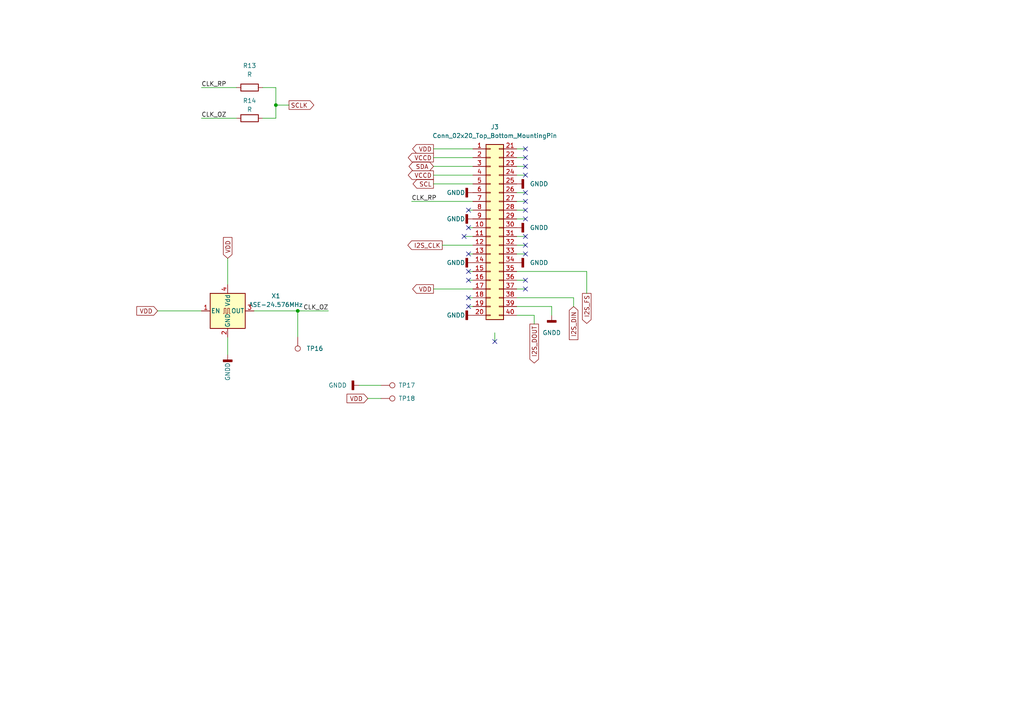
<source format=kicad_sch>
(kicad_sch (version 20211123) (generator eeschema)
  (paper "A4")
  (lib_symbols
    (symbol "Connector:TestPoint" (pin_numbers hide) (pin_names (offset 0.762) hide)
      (property "Reference" "TP" (at 0 6.858 0))
      (property "Value" "TestPoint" (at 0 5.08 0))
      (symbol "TestPoint_0_1"
        (circle (center 0 3.302) (radius 0.762))
      )
      (symbol "TestPoint_1_1"
        (pin passive line (at 0 0 90) (length 2.54) (name "1") (number "1"))
      )
    )
    (symbol "Connector_Generic_MountingPin:Conn_02x20_Top_Bottom_MountingPin" (pin_names (offset 1.016) hide)
      (property "Reference" "J3" (at 1.27 29.21 0))
      (property "Value" "Conn_02x20_Top_Bottom_MountingPin" (at 1.27 26.67 0))
      (symbol "Conn_02x20_Top_Bottom_MountingPin_1_1"
        (rectangle (start -1.27 -25.273) (end 0 -25.527) (stroke (width 0.1524)))
        (rectangle (start -1.27 -22.733) (end 0 -22.987) (stroke (width 0.1524)))
        (rectangle (start -1.27 -20.193) (end 0 -20.447) (stroke (width 0.1524)))
        (rectangle (start -1.27 -17.653) (end 0 -17.907) (stroke (width 0.1524)))
        (rectangle (start -1.27 -15.113) (end 0 -15.367) (stroke (width 0.1524)))
        (rectangle (start -1.27 -12.573) (end 0 -12.827) (stroke (width 0.1524)))
        (rectangle (start -1.27 -10.033) (end 0 -10.287) (stroke (width 0.1524)))
        (rectangle (start -1.27 -7.493) (end 0 -7.747) (stroke (width 0.1524)))
        (rectangle (start -1.27 -4.953) (end 0 -5.207) (stroke (width 0.1524)))
        (rectangle (start -1.27 -2.413) (end 0 -2.667) (stroke (width 0.1524)))
        (rectangle (start -1.27 0.127) (end 0 -0.127) (stroke (width 0.1524)))
        (rectangle (start -1.27 2.667) (end 0 2.413) (stroke (width 0.1524)))
        (rectangle (start -1.27 5.207) (end 0 4.953) (stroke (width 0.1524)))
        (rectangle (start -1.27 7.747) (end 0 7.493) (stroke (width 0.1524)))
        (rectangle (start -1.27 10.287) (end 0 10.033) (stroke (width 0.1524)))
        (rectangle (start -1.27 12.827) (end 0 12.573) (stroke (width 0.1524)))
        (rectangle (start -1.27 15.367) (end 0 15.113) (stroke (width 0.1524)))
        (rectangle (start -1.27 17.907) (end 0 17.653) (stroke (width 0.1524)))
        (rectangle (start -1.27 20.447) (end 0 20.193) (stroke (width 0.1524)))
        (rectangle (start -1.27 22.987) (end 0 22.733) (stroke (width 0.1524)))
        (rectangle (start -1.27 24.13) (end 3.81 -26.67) (stroke (width 0.254)) (fill (type background)))
        (rectangle (start 3.81 -25.273) (end 2.54 -25.527) (stroke (width 0.1524)))
        (rectangle (start 3.81 -22.733) (end 2.54 -22.987) (stroke (width 0.1524)))
        (rectangle (start 3.81 -20.193) (end 2.54 -20.447) (stroke (width 0.1524)))
        (rectangle (start 3.81 -17.653) (end 2.54 -17.907) (stroke (width 0.1524)))
        (rectangle (start 3.81 -15.113) (end 2.54 -15.367) (stroke (width 0.1524)))
        (rectangle (start 3.81 -12.573) (end 2.54 -12.827) (stroke (width 0.1524)))
        (rectangle (start 3.81 -10.033) (end 2.54 -10.287) (stroke (width 0.1524)))
        (rectangle (start 3.81 -7.493) (end 2.54 -7.747) (stroke (width 0.1524)))
        (rectangle (start 3.81 -4.953) (end 2.54 -5.207) (stroke (width 0.1524)))
        (rectangle (start 3.81 -2.413) (end 2.54 -2.667) (stroke (width 0.1524)))
        (rectangle (start 3.81 0.127) (end 2.54 -0.127) (stroke (width 0.1524)))
        (rectangle (start 3.81 2.667) (end 2.54 2.413) (stroke (width 0.1524)))
        (rectangle (start 3.81 5.207) (end 2.54 4.953) (stroke (width 0.1524)))
        (rectangle (start 3.81 7.747) (end 2.54 7.493) (stroke (width 0.1524)))
        (rectangle (start 3.81 10.287) (end 2.54 10.033) (stroke (width 0.1524)))
        (rectangle (start 3.81 12.827) (end 2.54 12.573) (stroke (width 0.1524)))
        (rectangle (start 3.81 15.367) (end 2.54 15.113) (stroke (width 0.1524)))
        (rectangle (start 3.81 17.907) (end 2.54 17.653) (stroke (width 0.1524)))
        (rectangle (start 3.81 20.447) (end 2.54 20.193) (stroke (width 0.1524)))
        (rectangle (start 3.81 22.987) (end 2.54 22.733) (stroke (width 0.1524)))
        (pin passive line (at -5.08 22.86 0) (length 3.81) (name "Pin_1") (number "1"))
        (pin passive line (at -5.08 0 0) (length 3.81) (name "Pin_10") (number "10"))
        (pin passive line (at -5.08 -2.54 0) (length 3.81) (name "Pin_11") (number "11"))
        (pin passive line (at -5.08 -5.08 0) (length 3.81) (name "Pin_12") (number "12"))
        (pin passive line (at -5.08 -7.62 0) (length 3.81) (name "Pin_13") (number "13"))
        (pin passive line (at -5.08 -10.16 0) (length 3.81) (name "Pin_14") (number "14"))
        (pin passive line (at -5.08 -12.7 0) (length 3.81) (name "Pin_15") (number "15"))
        (pin passive line (at -5.08 -15.24 0) (length 3.81) (name "Pin_16") (number "16"))
        (pin passive line (at -5.08 -17.78 0) (length 3.81) (name "Pin_17") (number "17"))
        (pin passive line (at -5.08 -20.32 0) (length 3.81) (name "Pin_18") (number "18"))
        (pin passive line (at -5.08 -22.86 0) (length 3.81) (name "Pin_19") (number "19"))
        (pin passive line (at -5.08 20.32 0) (length 3.81) (name "Pin_2") (number "2"))
        (pin passive line (at -5.08 -25.4 0) (length 3.81) (name "Pin_20") (number "20"))
        (pin passive line (at 7.62 22.86 180) (length 3.81) (name "Pin_21") (number "21"))
        (pin passive line (at 7.62 20.32 180) (length 3.81) (name "Pin_22") (number "22"))
        (pin passive line (at 7.62 17.78 180) (length 3.81) (name "Pin_23") (number "23"))
        (pin passive line (at 7.62 15.24 180) (length 3.81) (name "Pin_24") (number "24"))
        (pin passive line (at 7.62 12.7 180) (length 3.81) (name "Pin_25") (number "25"))
        (pin passive line (at 7.62 10.16 180) (length 3.81) (name "Pin_26") (number "26"))
        (pin passive line (at 7.62 7.62 180) (length 3.81) (name "Pin_27") (number "27"))
        (pin passive line (at 7.62 5.08 180) (length 3.81) (name "Pin_28") (number "28"))
        (pin passive line (at 7.62 2.54 180) (length 3.81) (name "Pin_29") (number "29"))
        (pin passive line (at -5.08 17.78 0) (length 3.81) (name "Pin_3") (number "3"))
        (pin passive line (at 7.62 0 180) (length 3.81) (name "Pin_30") (number "30"))
        (pin passive line (at 7.62 -2.54 180) (length 3.81) (name "Pin_31") (number "31"))
        (pin passive line (at 7.62 -5.08 180) (length 3.81) (name "Pin_32") (number "32"))
        (pin passive line (at 7.62 -7.62 180) (length 3.81) (name "Pin_33") (number "33"))
        (pin passive line (at 7.62 -10.16 180) (length 3.81) (name "Pin_34") (number "34"))
        (pin passive line (at 7.62 -12.7 180) (length 3.81) (name "Pin_35") (number "35"))
        (pin passive line (at 7.62 -15.24 180) (length 3.81) (name "Pin_36") (number "36"))
        (pin passive line (at 7.62 -17.78 180) (length 3.81) (name "Pin_37") (number "37"))
        (pin passive line (at 7.62 -20.32 180) (length 3.81) (name "Pin_38") (number "38"))
        (pin passive line (at 7.62 -22.86 180) (length 3.81) (name "Pin_39") (number "39"))
        (pin passive line (at -5.08 15.24 0) (length 3.81) (name "Pin_4") (number "4"))
        (pin passive line (at 7.62 -25.4 180) (length 3.81) (name "Pin_40") (number "40"))
        (pin passive line (at -5.08 12.7 0) (length 3.81) (name "Pin_5") (number "5"))
        (pin passive line (at -5.08 10.16 0) (length 3.81) (name "Pin_6") (number "6"))
        (pin passive line (at -5.08 7.62 0) (length 3.81) (name "Pin_7") (number "7"))
        (pin passive line (at -5.08 5.08 0) (length 3.81) (name "Pin_8") (number "8"))
        (pin passive line (at -5.08 2.54 0) (length 3.81) (name "Pin_9") (number "9"))
      )
    )
    (symbol "Device:R" (pin_numbers hide) (pin_names (offset 0))
      (property "Reference" "R" (at 2.032 0 90))
      (property "Value" "R" (at 0 0 90))
      (symbol "R_0_1"
        (rectangle (start -1.016 -2.54) (end 1.016 2.54) (stroke (width 0.254)))
      )
      (symbol "R_1_1"
        (pin passive line (at 0 3.81 270) (length 1.27) (name "~") (number "1"))
        (pin passive line (at 0 -3.81 90) (length 1.27) (name "~") (number "2"))
      )
    )
    (symbol "Oscillator:ASE-xxxMHz" (pin_names (offset 0.254))
      (property "Reference" "X" (at -5.08 6.35 0))
      (property "Value" "ASE-xxxMHz" (at 1.27 -6.35 0))
      (symbol "ASE-xxxMHz_0_1"
        (rectangle (start -5.08 5.08) (end 5.08 -5.08) (stroke (width 0.254)) (fill (type background)))
        (polyline (pts (xy -1.27 -0.762) (xy -1.016 -0.762) (xy -1.016 0.762) (xy -0.508 0.762) (xy -0.508 -0.762) (xy 0 -0.762) (xy 0 0.762) (xy 0.508 0.762) (xy 0.508 -0.762) (xy 0.762 -0.762)))
      )
      (symbol "ASE-xxxMHz_1_1"
        (pin input line (at -7.62 0 0) (length 2.54) (name "EN") (number "1"))
        (pin power_in line (at 0 -7.62 90) (length 2.54) (name "GND") (number "2"))
        (pin output line (at 7.62 0 180) (length 2.54) (name "OUT") (number "3"))
        (pin power_in line (at 0 7.62 270) (length 2.54) (name "Vdd") (number "4"))
      )
    )
    (symbol "power:GNDD" (power) (pin_names (offset 0))
      (property "Value" "GNDD" (at 0 -3.175 0))
      (symbol "GNDD_0_1"
        (rectangle (start -1.27 -1.524) (end 1.27 -2.032) (stroke (width 0.254)) (fill (type outline)))
        (polyline (pts (xy 0 0) (xy 0 -1.524)))
      )
      (symbol "GNDD_1_1"
        (pin power_in line (at 0 0 270) (length 0) hide (name "GNDD") (number "1"))
      )
    )
  )
  (junction (at 80.01 30.48))
  (junction (at 86.36 90.17))
  (no_connect (at 152.4 50.8))
  (no_connect (at 135.89 66.04))
  (no_connect (at 152.4 43.18))
  (no_connect (at 152.4 58.42))
  (no_connect (at 152.4 63.5))
  (no_connect (at 143.51 99.06))
  (no_connect (at 135.89 60.96))
  (no_connect (at 134.62 68.58))
  (no_connect (at 152.4 60.96))
  (no_connect (at 152.4 71.12))
  (no_connect (at 135.89 73.66))
  (no_connect (at 152.4 45.72))
  (no_connect (at 152.4 81.28))
  (no_connect (at 135.89 78.74))
  (no_connect (at 152.4 48.26))
  (no_connect (at 152.4 55.88))
  (no_connect (at 152.4 73.66))
  (no_connect (at 152.4 68.58))
  (no_connect (at 135.89 86.36))
  (no_connect (at 135.89 88.9))
  (no_connect (at 152.4 83.82))
  (no_connect (at 135.89 81.28))
  (wire (pts (xy 160.02 88.9) (xy 160.02 91.44)))
  (wire (pts (xy 149.86 43.18) (xy 152.4 43.18)))
  (wire (pts (xy 149.86 81.28) (xy 152.4 81.28)))
  (wire (pts (xy 86.36 90.17) (xy 95.25 90.17)))
  (wire (pts (xy 135.89 66.04) (xy 137.16 66.04)))
  (wire (pts (xy 45.72 90.17) (xy 58.42 90.17)))
  (wire (pts (xy 149.86 50.8) (xy 152.4 50.8)))
  (wire (pts (xy 135.89 81.28) (xy 137.16 81.28)))
  (wire (pts (xy 143.51 96.52) (xy 143.51 99.06)))
  (wire (pts (xy 119.38 58.42) (xy 137.16 58.42)))
  (wire (pts (xy 135.89 88.9) (xy 137.16 88.9)))
  (wire (pts (xy 170.18 78.74) (xy 170.18 85.09)))
  (wire (pts (xy 149.86 91.44) (xy 154.94 91.44)))
  (wire (pts (xy 58.42 25.4) (xy 68.58 25.4)))
  (wire (pts (xy 125.73 50.8) (xy 137.16 50.8)))
  (wire (pts (xy 80.01 30.48) (xy 83.82 30.48)))
  (wire (pts (xy 80.01 25.4) (xy 80.01 30.48)))
  (wire (pts (xy 149.86 45.72) (xy 152.4 45.72)))
  (wire (pts (xy 149.86 88.9) (xy 160.02 88.9)))
  (wire (pts (xy 125.73 53.34) (xy 137.16 53.34)))
  (wire (pts (xy 149.86 83.82) (xy 152.4 83.82)))
  (wire (pts (xy 149.86 55.88) (xy 152.4 55.88)))
  (wire (pts (xy 149.86 78.74) (xy 170.18 78.74)))
  (wire (pts (xy 134.62 68.58) (xy 137.16 68.58)))
  (wire (pts (xy 135.89 86.36) (xy 137.16 86.36)))
  (wire (pts (xy 125.73 83.82) (xy 137.16 83.82)))
  (wire (pts (xy 128.27 71.12) (xy 137.16 71.12)))
  (wire (pts (xy 149.86 58.42) (xy 152.4 58.42)))
  (wire (pts (xy 80.01 34.29) (xy 80.01 30.48)))
  (wire (pts (xy 166.37 86.36) (xy 166.37 88.9)))
  (wire (pts (xy 149.86 48.26) (xy 152.4 48.26)))
  (wire (pts (xy 125.73 45.72) (xy 137.16 45.72)))
  (wire (pts (xy 135.89 78.74) (xy 137.16 78.74)))
  (wire (pts (xy 149.86 71.12) (xy 152.4 71.12)))
  (wire (pts (xy 76.2 25.4) (xy 80.01 25.4)))
  (wire (pts (xy 125.73 43.18) (xy 137.16 43.18)))
  (wire (pts (xy 135.89 73.66) (xy 137.16 73.66)))
  (wire (pts (xy 149.86 86.36) (xy 166.37 86.36)))
  (wire (pts (xy 149.86 60.96) (xy 152.4 60.96)))
  (wire (pts (xy 106.68 115.57) (xy 110.49 115.57)))
  (wire (pts (xy 104.14 111.76) (xy 110.49 111.76)))
  (wire (pts (xy 152.4 63.5) (xy 149.86 63.5)))
  (wire (pts (xy 149.86 73.66) (xy 152.4 73.66)))
  (wire (pts (xy 58.42 34.29) (xy 68.58 34.29)))
  (wire (pts (xy 86.36 90.17) (xy 86.36 97.79)))
  (wire (pts (xy 149.86 68.58) (xy 152.4 68.58)))
  (wire (pts (xy 73.66 90.17) (xy 86.36 90.17)))
  (wire (pts (xy 66.04 97.79) (xy 66.04 102.87)))
  (wire (pts (xy 154.94 91.44) (xy 154.94 93.98)))
  (wire (pts (xy 76.2 34.29) (xy 80.01 34.29)))
  (wire (pts (xy 66.04 74.93) (xy 66.04 82.55)))
  (wire (pts (xy 125.73 48.26) (xy 137.16 48.26)))
  (wire (pts (xy 135.89 60.96) (xy 137.16 60.96)))
  (label "CLK_RP" (at 58.42 25.4 0))
  (label "CLK_RP" (at 119.38 58.42 0))
  (label "CLK_OZ" (at 58.42 34.29 0))
  (label "CLK_OZ" (at 95.25 90.17 180))
  (global_label "VDD" (shape input) (at 66.04 74.93 90) (property "Intersheet References" "${INTERSHEET_REFS}" (effects hide)))
  (global_label "I2S_DOUT" (shape output) (at 154.94 93.98 270) (property "Intersheet References" "${INTERSHEET_REFS}" (effects hide)))
  (global_label "SDA" (shape bidirectional) (at 125.73 48.26 180) (property "Intersheet References" "${INTERSHEET_REFS}" (effects hide)))
  (global_label "I2S_CLK" (shape output) (at 128.27 71.12 180) (property "Intersheet References" "${INTERSHEET_REFS}" (effects hide)))
  (global_label "VDD" (shape input) (at 45.72 90.17 180) (property "Intersheet References" "${INTERSHEET_REFS}" (effects hide)))
  (global_label "SCL" (shape output) (at 125.73 53.34 180) (property "Intersheet References" "${INTERSHEET_REFS}" (effects hide)))
  (global_label "I2S_DIN" (shape input) (at 166.37 88.9 270) (property "Intersheet References" "${INTERSHEET_REFS}" (effects hide)))
  (global_label "VDD" (shape input) (at 106.68 115.57 180) (property "Intersheet References" "${INTERSHEET_REFS}" (effects hide)))
  (global_label "VCCD" (shape output) (at 125.73 45.72 180) (property "Intersheet References" "${INTERSHEET_REFS}" (effects hide)))
  (global_label "SCLK" (shape output) (at 83.82 30.48 0) (property "Intersheet References" "${INTERSHEET_REFS}" (effects hide)))
  (global_label "VDD" (shape output) (at 125.73 83.82 180) (property "Intersheet References" "${INTERSHEET_REFS}" (effects hide)))
  (global_label "VCCD" (shape output) (at 125.73 50.8 180) (property "Intersheet References" "${INTERSHEET_REFS}" (effects hide)))
  (global_label "VDD" (shape output) (at 125.73 43.18 180) (property "Intersheet References" "${INTERSHEET_REFS}" (effects hide)))
  (global_label "I2S_FS" (shape output) (at 170.18 85.09 270) (property "Intersheet References" "${INTERSHEET_REFS}" (effects hide)))
  (symbol (lib_id "power:GNDD") (at 149.86 76.2 90) (unit 1)
    (property "Reference" "#PWR053" (effects hide))
    (property "Value" "GNDD" (at 153.67 76.1999 90) (effects (justify right)))
  )
  (symbol (lib_id "power:GNDD") (at 137.16 91.44 270) (unit 1)
    (property "Reference" "#PWR050" (effects hide))
    (property "Value" "GNDD" (at 129.54 91.44 90) (effects (justify left)))
  )
  (symbol (lib_id "power:GNDD") (at 137.16 63.5 270) (unit 1)
    (property "Reference" "#PWR048" (effects hide))
    (property "Value" "GNDD" (at 129.54 63.5 90) (effects (justify left)))
  )
  (symbol (lib_id "power:GNDD") (at 160.02 91.44 0) (unit 1)
    (property "Reference" "#PWR054" (effects hide))
    (property "Value" "GNDD" (at 160.02 96.52 0))
  )
  (symbol (lib_id "power:GNDD") (at 66.04 102.87 0) (unit 1)
    (property "Reference" "#PWR045" (effects hide))
    (property "Value" "GNDD" (at 66.04 110.49 90) (effects (justify left)))
  )
  (symbol (lib_id "Device:R") (at 72.39 25.4 90) (unit 1)
    (property "Reference" "R13" (at 72.39 19.05 90))
    (property "Value" "R" (at 72.39 21.59 90))
    (property "Footprint" "Resistor_SMD:R_0805_2012Metric_Pad1.20x1.40mm_HandSolder" (effects hide))
  )
  (symbol (lib_id "Connector:TestPoint") (at 110.49 111.76 270) (unit 1)
    (property "Reference" "TP17" (at 115.57 111.7599 90) (effects (justify left)))
    (property "Value" "TestPoint" (effects hide))
    (property "Footprint" "TestPoint:TestPoint_THTPad_D1.5mm_Drill0.7mm" (effects hide))
  )
  (symbol (lib_id "power:GNDD") (at 137.16 55.88 270) (unit 1)
    (property "Reference" "#PWR047" (effects hide))
    (property "Value" "GNDD" (at 129.54 55.88 90) (effects (justify left)))
  )
  (symbol (lib_id "Connector:TestPoint") (at 86.36 97.79 180) (unit 1)
    (property "Reference" "TP16" (at 88.9 101.0919 0) (effects (justify right)))
    (property "Value" "TestPoint" (effects hide))
    (property "Footprint" "TestPoint:TestPoint_THTPad_D1.5mm_Drill0.7mm" (effects hide))
  )
  (symbol (lib_id "Device:R") (at 72.39 34.29 90) (unit 1)
    (property "Reference" "R14" (at 72.39 29.21 90))
    (property "Value" "R" (at 72.39 31.75 90))
    (property "Footprint" "Resistor_SMD:R_0805_2012Metric_Pad1.20x1.40mm_HandSolder" (effects hide))
  )
  (symbol (lib_id "power:GNDD") (at 149.86 66.04 90) (unit 1)
    (property "Reference" "#PWR052" (effects hide))
    (property "Value" "GNDD" (at 153.67 66.0399 90) (effects (justify right)))
  )
  (symbol (lib_id "Connector_Generic_MountingPin:Conn_02x20_Top_Bottom_MountingPin") (at 142.24 66.04 0) (unit 1)
    (property "Reference" "J3" (at 143.51 36.83 0))
    (property "Value" "Conn_02x20_Top_Bottom_MountingPin" (at 143.51 39.37 0))
    (property "Footprint" "Connector_PinHeader_2.54mm:PinHeader_2x20_P2.54mm_Vertical" (effects hide))
  )
  (symbol (lib_id "power:GNDD") (at 137.16 76.2 270) (unit 1)
    (property "Reference" "#PWR049" (effects hide))
    (property "Value" "GNDD" (at 129.54 76.2 90) (effects (justify left)))
  )
  (symbol (lib_id "Connector:TestPoint") (at 110.49 115.57 270) (unit 1)
    (property "Reference" "TP18" (at 115.57 115.5699 90) (effects (justify left)))
    (property "Value" "TestPoint" (effects hide))
    (property "Footprint" "TestPoint:TestPoint_THTPad_D1.5mm_Drill0.7mm" (effects hide))
  )
  (symbol (lib_id "power:GNDD") (at 149.86 53.34 90) (unit 1)
    (property "Reference" "#PWR051" (effects hide))
    (property "Value" "GNDD" (at 153.67 53.3399 90) (effects (justify right)))
  )
  (symbol (lib_id "Oscillator:ASE-xxxMHz") (at 66.04 90.17 0) (unit 1)
    (property "Reference" "X1" (at 80.01 85.8393 0))
    (property "Value" "ASE-24.576MHz" (at 80.01 88.3793 0))
    (property "Footprint" "Oscillator:Oscillator_SMD_Abracon_ASE-4Pin_3.2x2.5mm" (effects hide))
    (property "Datasheet" "http://www.abracon.com/Oscillators/ASV.pdf" (effects hide))
  )
  (symbol (lib_id "power:GNDD") (at 104.14 111.76 270) (unit 1)
    (property "Reference" "#PWR046" (effects hide))
    (property "Value" "GNDD" (at 95.25 111.76 90) (effects (justify left)))
  )
)
</source>
